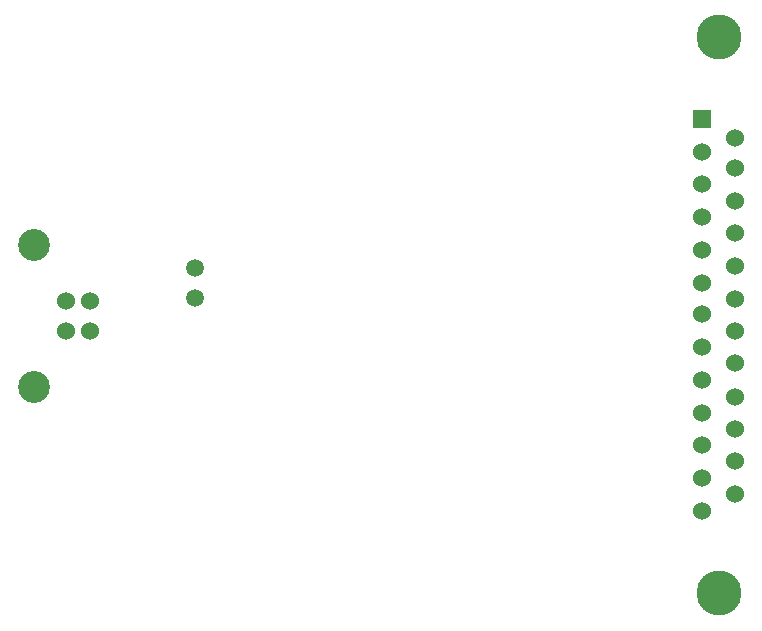
<source format=gbr>
G04 #@! TF.FileFunction,Soldermask,Bot*
%FSLAX46Y46*%
G04 Gerber Fmt 4.6, Leading zero omitted, Abs format (unit mm)*
G04 Created by KiCad (PCBNEW 4.0.2-stable) date 2016-08-13 10:38.46*
%MOMM*%
G01*
G04 APERTURE LIST*
%ADD10C,0.100000*%
%ADD11C,1.506220*%
%ADD12C,1.524000*%
%ADD13C,2.700020*%
%ADD14C,3.810000*%
%ADD15R,1.524000X1.524000*%
G04 APERTURE END LIST*
D10*
D11*
X122650000Y-129470000D03*
X122650000Y-126930000D03*
D12*
X113750000Y-129710000D03*
X113750000Y-132250000D03*
X111751020Y-132250000D03*
X111751020Y-129710000D03*
D13*
X109051000Y-124980520D03*
X109051000Y-136979480D03*
D14*
X167000000Y-154500000D03*
X167000000Y-107400000D03*
D15*
X165580000Y-114340000D03*
D12*
X165580000Y-117134000D03*
X165580000Y-119801000D03*
X165580000Y-122595000D03*
X165580000Y-125389000D03*
X165580000Y-128183000D03*
X165580000Y-130850000D03*
X165580000Y-133644000D03*
X165580000Y-136438000D03*
X165580000Y-139232000D03*
X165580000Y-141899000D03*
X165580000Y-144693000D03*
X165580000Y-147487000D03*
X168420000Y-115914800D03*
X168420000Y-118454800D03*
X168420000Y-121248800D03*
X168420000Y-123992000D03*
X168420000Y-126735200D03*
X168420000Y-129529200D03*
X168420000Y-132272400D03*
X168420000Y-135015600D03*
X168420000Y-137860400D03*
X168420000Y-140552800D03*
X168420000Y-143296000D03*
X168420000Y-146090000D03*
M02*

</source>
